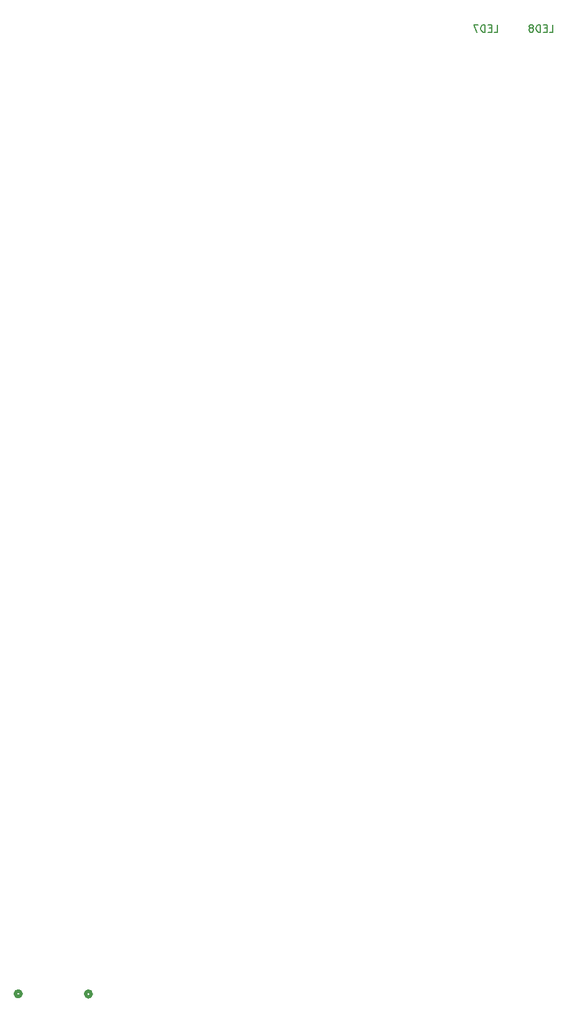
<source format=gbo>
G04 #@! TF.GenerationSoftware,KiCad,Pcbnew,8.0.5*
G04 #@! TF.CreationDate,2024-09-20T21:49:52-04:00*
G04 #@! TF.ProjectId,ISA_PC104 Backplane,4953415f-5043-4313-9034-204261636b70,rev?*
G04 #@! TF.SameCoordinates,Original*
G04 #@! TF.FileFunction,Legend,Bot*
G04 #@! TF.FilePolarity,Positive*
%FSLAX46Y46*%
G04 Gerber Fmt 4.6, Leading zero omitted, Abs format (unit mm)*
G04 Created by KiCad (PCBNEW 8.0.5) date 2024-09-20 21:49:52*
%MOMM*%
%LPD*%
G01*
G04 APERTURE LIST*
%ADD10C,0.150000*%
%ADD11C,0.508000*%
%ADD12O,2.284000X1.244000*%
%ADD13R,1.800000X1.800000*%
%ADD14C,1.800000*%
%ADD15R,1.600000X1.600000*%
%ADD16C,1.600000*%
%ADD17R,1.500000X1.500000*%
%ADD18C,1.500000*%
%ADD19C,0.900000*%
%ADD20C,8.600000*%
%ADD21O,1.400000X2.400000*%
%ADD22C,1.701800*%
%ADD23O,2.400000X1.200000*%
%ADD24O,1.600000X1.600000*%
%ADD25R,1.397000X1.397000*%
%ADD26C,1.397000*%
%ADD27C,6.350000*%
%ADD28R,1.700000X1.700000*%
%ADD29O,1.700000X1.700000*%
%ADD30O,1.500000X2.400000*%
%ADD31O,1.300000X2.400000*%
%ADD32O,1.200000X2.400000*%
%ADD33C,1.700000*%
%ADD34R,1.524000X1.524000*%
%ADD35C,2.800000*%
%ADD36O,2.400000X1.214000*%
%ADD37R,8.890000X8.890000*%
%ADD38O,1.524000X3.000000*%
%ADD39O,2.604000X1.404000*%
G04 APERTURE END LIST*
D10*
X378422022Y-110057792D02*
X378898212Y-110057792D01*
X378898212Y-110057792D02*
X378898212Y-109057792D01*
X378088688Y-109533982D02*
X377755355Y-109533982D01*
X377612498Y-110057792D02*
X378088688Y-110057792D01*
X378088688Y-110057792D02*
X378088688Y-109057792D01*
X378088688Y-109057792D02*
X377612498Y-109057792D01*
X377183926Y-110057792D02*
X377183926Y-109057792D01*
X377183926Y-109057792D02*
X376945831Y-109057792D01*
X376945831Y-109057792D02*
X376802974Y-109105411D01*
X376802974Y-109105411D02*
X376707736Y-109200649D01*
X376707736Y-109200649D02*
X376660117Y-109295887D01*
X376660117Y-109295887D02*
X376612498Y-109486363D01*
X376612498Y-109486363D02*
X376612498Y-109629220D01*
X376612498Y-109629220D02*
X376660117Y-109819696D01*
X376660117Y-109819696D02*
X376707736Y-109914934D01*
X376707736Y-109914934D02*
X376802974Y-110010173D01*
X376802974Y-110010173D02*
X376945831Y-110057792D01*
X376945831Y-110057792D02*
X377183926Y-110057792D01*
X376041069Y-109486363D02*
X376136307Y-109438744D01*
X376136307Y-109438744D02*
X376183926Y-109391125D01*
X376183926Y-109391125D02*
X376231545Y-109295887D01*
X376231545Y-109295887D02*
X376231545Y-109248268D01*
X376231545Y-109248268D02*
X376183926Y-109153030D01*
X376183926Y-109153030D02*
X376136307Y-109105411D01*
X376136307Y-109105411D02*
X376041069Y-109057792D01*
X376041069Y-109057792D02*
X375850593Y-109057792D01*
X375850593Y-109057792D02*
X375755355Y-109105411D01*
X375755355Y-109105411D02*
X375707736Y-109153030D01*
X375707736Y-109153030D02*
X375660117Y-109248268D01*
X375660117Y-109248268D02*
X375660117Y-109295887D01*
X375660117Y-109295887D02*
X375707736Y-109391125D01*
X375707736Y-109391125D02*
X375755355Y-109438744D01*
X375755355Y-109438744D02*
X375850593Y-109486363D01*
X375850593Y-109486363D02*
X376041069Y-109486363D01*
X376041069Y-109486363D02*
X376136307Y-109533982D01*
X376136307Y-109533982D02*
X376183926Y-109581601D01*
X376183926Y-109581601D02*
X376231545Y-109676839D01*
X376231545Y-109676839D02*
X376231545Y-109867315D01*
X376231545Y-109867315D02*
X376183926Y-109962553D01*
X376183926Y-109962553D02*
X376136307Y-110010173D01*
X376136307Y-110010173D02*
X376041069Y-110057792D01*
X376041069Y-110057792D02*
X375850593Y-110057792D01*
X375850593Y-110057792D02*
X375755355Y-110010173D01*
X375755355Y-110010173D02*
X375707736Y-109962553D01*
X375707736Y-109962553D02*
X375660117Y-109867315D01*
X375660117Y-109867315D02*
X375660117Y-109676839D01*
X375660117Y-109676839D02*
X375707736Y-109581601D01*
X375707736Y-109581601D02*
X375755355Y-109533982D01*
X375755355Y-109533982D02*
X375850593Y-109486363D01*
X370889047Y-110059819D02*
X371365237Y-110059819D01*
X371365237Y-110059819D02*
X371365237Y-109059819D01*
X370555713Y-109536009D02*
X370222380Y-109536009D01*
X370079523Y-110059819D02*
X370555713Y-110059819D01*
X370555713Y-110059819D02*
X370555713Y-109059819D01*
X370555713Y-109059819D02*
X370079523Y-109059819D01*
X369650951Y-110059819D02*
X369650951Y-109059819D01*
X369650951Y-109059819D02*
X369412856Y-109059819D01*
X369412856Y-109059819D02*
X369269999Y-109107438D01*
X369269999Y-109107438D02*
X369174761Y-109202676D01*
X369174761Y-109202676D02*
X369127142Y-109297914D01*
X369127142Y-109297914D02*
X369079523Y-109488390D01*
X369079523Y-109488390D02*
X369079523Y-109631247D01*
X369079523Y-109631247D02*
X369127142Y-109821723D01*
X369127142Y-109821723D02*
X369174761Y-109916961D01*
X369174761Y-109916961D02*
X369269999Y-110012200D01*
X369269999Y-110012200D02*
X369412856Y-110059819D01*
X369412856Y-110059819D02*
X369650951Y-110059819D01*
X368746189Y-109059819D02*
X368079523Y-109059819D01*
X368079523Y-109059819D02*
X368508094Y-110059819D01*
D11*
X306451800Y-241075000D02*
G75*
G02*
X305689800Y-241075000I-381000J0D01*
G01*
X305689800Y-241075000D02*
G75*
G02*
X306451800Y-241075000I381000J0D01*
G01*
X316016800Y-241100000D02*
G75*
G02*
X315254800Y-241100000I-381000J0D01*
G01*
X315254800Y-241100000D02*
G75*
G02*
X316016800Y-241100000I381000J0D01*
G01*
%LPC*%
D12*
X373700000Y-228940000D03*
X373700000Y-230210000D03*
X373700000Y-231480000D03*
D13*
X213215000Y-240090000D03*
D14*
X215755000Y-240090000D03*
D15*
X212465000Y-233590000D03*
D16*
X223895000Y-233590000D03*
X367250000Y-214520000D03*
D15*
X355820000Y-214520000D03*
X355815000Y-211190000D03*
D16*
X367245000Y-211190000D03*
D17*
X356600000Y-232760000D03*
D18*
X366500000Y-232760000D03*
D19*
X226780361Y-69792716D03*
X227724942Y-67512297D03*
X227724942Y-72073135D03*
X230005361Y-66567716D03*
D20*
X230005361Y-69792716D03*
D19*
X230005361Y-73017716D03*
X232285780Y-67512297D03*
X232285780Y-72073135D03*
X233230361Y-69792716D03*
D15*
X242435000Y-228500000D03*
D16*
X253865000Y-228500000D03*
D21*
X366100000Y-155800000D03*
X361100000Y-155800000D03*
D22*
X272200000Y-100540000D03*
X272200000Y-95460000D03*
X323300000Y-68740000D03*
X323300000Y-63660000D03*
D23*
X146800000Y-107565000D03*
X146800000Y-105025000D03*
D22*
X319000000Y-68740000D03*
X319000000Y-63660000D03*
X364110000Y-202650000D03*
X359030000Y-202650000D03*
D15*
X276705000Y-76700000D03*
D24*
X279245000Y-76700000D03*
X281785000Y-76700000D03*
X284325000Y-76700000D03*
X286865000Y-76700000D03*
X289405000Y-76700000D03*
D22*
X272300000Y-71540000D03*
X272300000Y-66460000D03*
D15*
X355830000Y-221160000D03*
D16*
X367260000Y-221160000D03*
D23*
X127100000Y-98800000D03*
X127100000Y-101340000D03*
D15*
X374000000Y-72100000D03*
D24*
X374000000Y-74640000D03*
X374000000Y-77180000D03*
X374000000Y-79720000D03*
X374000000Y-82260000D03*
X374000000Y-84800000D03*
X374000000Y-87340000D03*
X374000000Y-89880000D03*
D13*
X220700000Y-240120000D03*
D14*
X223240000Y-240120000D03*
D23*
X205890000Y-92550000D03*
X205890000Y-95090000D03*
D15*
X108780000Y-105260000D03*
D24*
X108780000Y-107800000D03*
X108780000Y-110340000D03*
X108780000Y-112880000D03*
X108780000Y-115420000D03*
X108780000Y-117960000D03*
D23*
X186300000Y-98750000D03*
X186300000Y-101290000D03*
X166500000Y-98725000D03*
X166500000Y-101265000D03*
X225540000Y-89040000D03*
X225540000Y-86500000D03*
D15*
X212485000Y-228475000D03*
D16*
X223915000Y-228475000D03*
D19*
X184285390Y-72932999D03*
X182004971Y-71988418D03*
X186565809Y-71988418D03*
X181060390Y-69707999D03*
D20*
X184285390Y-69707999D03*
D19*
X187510390Y-69707999D03*
X182004971Y-67427580D03*
X186565809Y-67427580D03*
X184285390Y-66482999D03*
D23*
X205900000Y-88900000D03*
X205900000Y-86360000D03*
X166500000Y-88870000D03*
X166500000Y-86330000D03*
D25*
X297005000Y-215250000D03*
D26*
X297005000Y-217790000D03*
X297005000Y-220330000D03*
X297005000Y-222870000D03*
X297005000Y-225410000D03*
X297005000Y-227950000D03*
X297005000Y-230490000D03*
X304625000Y-230490000D03*
X304625000Y-227950000D03*
X304625000Y-225410000D03*
X304625000Y-222870000D03*
X304625000Y-220330000D03*
X304625000Y-217790000D03*
X304625000Y-215250000D03*
D21*
X366078849Y-132857869D03*
X361078849Y-132857869D03*
D23*
X225550000Y-92700000D03*
X225550000Y-95240000D03*
D15*
X227510000Y-233550000D03*
D16*
X238940000Y-233550000D03*
D22*
X333550000Y-63700000D03*
X333550000Y-68780000D03*
D23*
X127070000Y-156070000D03*
X127070000Y-158610000D03*
D27*
X334610000Y-186930000D03*
X334610000Y-113270000D03*
X248880000Y-189470000D03*
X248880000Y-109460000D03*
D28*
X253960000Y-110730000D03*
D29*
X253960000Y-113270000D03*
X253960000Y-115810000D03*
X253960000Y-118350000D03*
X253960000Y-120890000D03*
X253960000Y-123430000D03*
X253960000Y-125970000D03*
X253960000Y-128510000D03*
X253960000Y-131050000D03*
X253960000Y-133590000D03*
X253960000Y-136130000D03*
X253960000Y-138670000D03*
X253960000Y-141210000D03*
X253960000Y-143750000D03*
X253960000Y-146290000D03*
X253960000Y-148830000D03*
X253960000Y-151370000D03*
X253960000Y-153910000D03*
X253960000Y-156450000D03*
X253960000Y-158990000D03*
X253960000Y-161530000D03*
X253960000Y-164070000D03*
X253960000Y-166610000D03*
X253960000Y-169150000D03*
X253960000Y-171690000D03*
X253960000Y-174230000D03*
X253960000Y-176770000D03*
X253960000Y-179310000D03*
X253960000Y-181850000D03*
X253960000Y-184390000D03*
X253960000Y-186930000D03*
X253960000Y-189470000D03*
D28*
X256500000Y-110730000D03*
D29*
X256500000Y-113270000D03*
X256500000Y-115810000D03*
X256500000Y-118350000D03*
X256500000Y-120890000D03*
X256500000Y-123430000D03*
X256500000Y-125970000D03*
X256500000Y-128510000D03*
X256500000Y-131050000D03*
X256500000Y-133590000D03*
X256500000Y-136130000D03*
X256500000Y-138670000D03*
X256500000Y-141210000D03*
X256500000Y-143750000D03*
X256500000Y-146290000D03*
X256500000Y-148830000D03*
X256500000Y-151370000D03*
X256500000Y-153910000D03*
X256500000Y-156450000D03*
X256500000Y-158990000D03*
X256500000Y-161530000D03*
X256500000Y-164070000D03*
X256500000Y-166610000D03*
X256500000Y-169150000D03*
X256500000Y-171690000D03*
X256500000Y-174230000D03*
X256500000Y-176770000D03*
X256500000Y-179310000D03*
X256500000Y-181850000D03*
X256500000Y-184390000D03*
X256500000Y-186930000D03*
X256500000Y-189470000D03*
X251420000Y-131050000D03*
D28*
X251420000Y-133590000D03*
D29*
X251420000Y-136130000D03*
X251420000Y-138670000D03*
X251420000Y-141210000D03*
X251420000Y-143750000D03*
X251420000Y-146290000D03*
X251420000Y-148830000D03*
X251420000Y-151370000D03*
X251420000Y-153910000D03*
X251420000Y-156450000D03*
X251420000Y-158990000D03*
X251420000Y-161530000D03*
X251420000Y-164070000D03*
X251420000Y-166610000D03*
X251420000Y-169150000D03*
X251420000Y-171690000D03*
X251420000Y-174230000D03*
X251420000Y-176770000D03*
X251420000Y-179310000D03*
X248880000Y-131050000D03*
D28*
X248880000Y-133590000D03*
D29*
X248880000Y-136130000D03*
X248880000Y-138670000D03*
X248880000Y-141210000D03*
X248880000Y-143750000D03*
X248880000Y-146290000D03*
X248880000Y-148830000D03*
X248880000Y-151370000D03*
X248880000Y-153910000D03*
X248880000Y-156450000D03*
X248880000Y-158990000D03*
X248880000Y-161530000D03*
X248880000Y-164070000D03*
X248880000Y-166610000D03*
X248880000Y-169150000D03*
X248880000Y-171690000D03*
X248880000Y-174230000D03*
X248880000Y-176770000D03*
X248880000Y-179310000D03*
D23*
X186300000Y-107490000D03*
X186300000Y-104950000D03*
D15*
X104750000Y-195530000D03*
D24*
X104750000Y-198070000D03*
X104750000Y-200610000D03*
X104750000Y-203150000D03*
X104750000Y-205690000D03*
X104750000Y-208230000D03*
X104750000Y-210770000D03*
X104750000Y-213310000D03*
X104750000Y-215850000D03*
D15*
X108750000Y-182850000D03*
D24*
X108750000Y-185390000D03*
X108750000Y-187930000D03*
X108750000Y-190470000D03*
X108750000Y-193010000D03*
X108750000Y-195550000D03*
D30*
X304115000Y-241075000D03*
X301575000Y-241075000D03*
X299035000Y-241075000D03*
D17*
X356610000Y-230320000D03*
D18*
X366510000Y-230320000D03*
D15*
X374762975Y-107062973D03*
D16*
X376032975Y-104522973D03*
X377302975Y-107062973D03*
X378572975Y-104522973D03*
X379842975Y-107062973D03*
X379842975Y-99442973D03*
X378572975Y-101982973D03*
X377302975Y-99442973D03*
X376032975Y-101982973D03*
X374762975Y-99442973D03*
D31*
X346620000Y-113200000D03*
X349160000Y-113200000D03*
X351700000Y-113200000D03*
D32*
X372380000Y-211320000D03*
X374920000Y-211320000D03*
D15*
X278940000Y-91000000D03*
D24*
X281480000Y-91000000D03*
X284020000Y-91000000D03*
X286560000Y-91000000D03*
X289100000Y-91000000D03*
X291640000Y-91000000D03*
X294180000Y-91000000D03*
X296720000Y-91000000D03*
X299260000Y-91000000D03*
X301800000Y-91000000D03*
X301800000Y-83380000D03*
X299260000Y-83380000D03*
X296720000Y-83380000D03*
X294180000Y-83380000D03*
X291640000Y-83380000D03*
X289100000Y-83380000D03*
X286560000Y-83380000D03*
X284020000Y-83380000D03*
X281480000Y-83380000D03*
X278940000Y-83380000D03*
D22*
X333540000Y-214150000D03*
X328460000Y-214150000D03*
D23*
X146800000Y-98825000D03*
X146800000Y-101365000D03*
D15*
X277900000Y-71500000D03*
D24*
X280440000Y-71500000D03*
X282980000Y-71500000D03*
X285520000Y-71500000D03*
X288060000Y-71500000D03*
X288060000Y-63880000D03*
X285520000Y-63880000D03*
X282980000Y-63880000D03*
X280440000Y-63880000D03*
X277900000Y-63880000D03*
D15*
X311410000Y-80500000D03*
D24*
X313950000Y-80500000D03*
X316490000Y-80500000D03*
X319030000Y-80500000D03*
X321570000Y-80500000D03*
X324110000Y-80500000D03*
X326650000Y-80500000D03*
X326650000Y-72880000D03*
X324110000Y-72880000D03*
X321570000Y-72880000D03*
X319030000Y-72880000D03*
X316490000Y-72880000D03*
X313950000Y-72880000D03*
X311410000Y-72880000D03*
D23*
X205850000Y-156100000D03*
X205850000Y-158640000D03*
D22*
X292325000Y-199370000D03*
X292325000Y-204450000D03*
D15*
X242510000Y-233600000D03*
D16*
X253940000Y-233600000D03*
D19*
X102320390Y-69707999D03*
X103264971Y-67427580D03*
X103264971Y-71988418D03*
X105545390Y-66482999D03*
D20*
X105545390Y-69707999D03*
D19*
X105545390Y-72932999D03*
X107825809Y-67427580D03*
X107825809Y-71988418D03*
X108770390Y-69707999D03*
D28*
X315650000Y-212300000D03*
D33*
X315650000Y-214916200D03*
X315650000Y-217532400D03*
X315650000Y-220148600D03*
X315650000Y-222764800D03*
X315650000Y-225381000D03*
X315650000Y-227997200D03*
X315650000Y-230613400D03*
X315650000Y-233229600D03*
D23*
X146780000Y-156090000D03*
X146780000Y-158630000D03*
D19*
X384450000Y-92568000D03*
X385394581Y-90287581D03*
X385394581Y-94848419D03*
X387675000Y-89343000D03*
D20*
X387675000Y-92568000D03*
D19*
X387675000Y-95793000D03*
X389955419Y-90287581D03*
X389955419Y-94848419D03*
X390900000Y-92568000D03*
D22*
X208250000Y-228510000D03*
X208250000Y-233590000D03*
D23*
X146760000Y-209380000D03*
X146760000Y-211920000D03*
X186300000Y-92550000D03*
X186300000Y-95090000D03*
D22*
X341900000Y-152740000D03*
X341900000Y-147660000D03*
D23*
X186300000Y-88890000D03*
X186300000Y-86350000D03*
D15*
X227485000Y-228500000D03*
D16*
X238915000Y-228500000D03*
D34*
X173930000Y-84960000D03*
X173930000Y-87500000D03*
X173930000Y-90040000D03*
X173930000Y-92580000D03*
X173930000Y-95120000D03*
X173930000Y-97660000D03*
X173930000Y-100200000D03*
X173930000Y-102740000D03*
X173930000Y-105280000D03*
X173930000Y-107820000D03*
X173930000Y-110360000D03*
X173930000Y-112900000D03*
X173930000Y-115440000D03*
X173930000Y-117980000D03*
X173930000Y-120520000D03*
X173930000Y-123060000D03*
X173930000Y-125600000D03*
X173930000Y-128140000D03*
X173930000Y-130680000D03*
X173930000Y-133220000D03*
X173930000Y-135760000D03*
X173930000Y-138300000D03*
X173930000Y-140840000D03*
X173930000Y-143380000D03*
X173930000Y-145920000D03*
X173930000Y-148460000D03*
X173930000Y-151000000D03*
X173930000Y-153540000D03*
X173930000Y-156080000D03*
X173930000Y-158620000D03*
X173930000Y-161160000D03*
X179010000Y-84960000D03*
X179010000Y-87500000D03*
X179010000Y-90040000D03*
X179010000Y-92580000D03*
X179010000Y-95120000D03*
X179010000Y-97660000D03*
X179010000Y-100200000D03*
X179010000Y-102740000D03*
X179010000Y-105280000D03*
X179010000Y-107820000D03*
X179010000Y-110360000D03*
X179010000Y-112900000D03*
X179010000Y-115440000D03*
X179010000Y-117980000D03*
X179010000Y-120520000D03*
X179010000Y-123060000D03*
X179010000Y-125600000D03*
X179010000Y-128140000D03*
X179010000Y-130680000D03*
X179010000Y-133220000D03*
X179010000Y-135760000D03*
X179010000Y-138300000D03*
X179010000Y-140840000D03*
X179010000Y-143380000D03*
X179010000Y-145920000D03*
X179010000Y-148460000D03*
X179010000Y-151000000D03*
X179010000Y-153540000D03*
X179010000Y-156080000D03*
X179010000Y-158620000D03*
X179010000Y-161160000D03*
X173930000Y-171320000D03*
X173930000Y-173860000D03*
X173930000Y-176400000D03*
X173930000Y-178940000D03*
X173930000Y-181480000D03*
X173930000Y-184020000D03*
X173930000Y-186560000D03*
X173930000Y-189100000D03*
X173930000Y-191640000D03*
X173930000Y-194180000D03*
X173930000Y-196720000D03*
X173930000Y-199260000D03*
X173930000Y-201800000D03*
X173930000Y-204340000D03*
X173930000Y-206880000D03*
X173930000Y-209420000D03*
X173930000Y-211960000D03*
X173930000Y-214500000D03*
X179010000Y-171320000D03*
X179010000Y-173860000D03*
X179010000Y-176400000D03*
X179010000Y-178940000D03*
X179010000Y-181480000D03*
X179010000Y-184020000D03*
X179010000Y-186560000D03*
X179010000Y-189100000D03*
X179010000Y-191640000D03*
X179010000Y-194180000D03*
X179010000Y-196720000D03*
X179010000Y-199260000D03*
X179010000Y-201800000D03*
X179010000Y-204340000D03*
X179010000Y-206880000D03*
X179010000Y-209420000D03*
X179010000Y-211960000D03*
X179010000Y-214500000D03*
D22*
X277440000Y-241150000D03*
X272360000Y-241150000D03*
X356400000Y-152740000D03*
X356400000Y-147660000D03*
D15*
X344215000Y-209600000D03*
D16*
X332785000Y-209600000D03*
D15*
X368500000Y-72100000D03*
D24*
X368500000Y-74640000D03*
X368500000Y-77180000D03*
X368500000Y-79720000D03*
X368500000Y-82260000D03*
X368500000Y-84800000D03*
X368500000Y-87340000D03*
X368500000Y-89880000D03*
D22*
X348440000Y-214150000D03*
X343360000Y-214150000D03*
D15*
X355820000Y-217840000D03*
D16*
X367250000Y-217840000D03*
D19*
X245575000Y-99375000D03*
X246519581Y-97094581D03*
X246519581Y-101655419D03*
X248800000Y-96150000D03*
D20*
X248800000Y-99375000D03*
D19*
X248800000Y-102600000D03*
X251080419Y-97094581D03*
X251080419Y-101655419D03*
X252025000Y-99375000D03*
X384450000Y-224648000D03*
X385394581Y-222367581D03*
X385394581Y-226928419D03*
X387675000Y-221423000D03*
D20*
X387675000Y-224648000D03*
D19*
X387675000Y-227873000D03*
X389955419Y-222367581D03*
X389955419Y-226928419D03*
X390900000Y-224648000D03*
D13*
X250775000Y-240150000D03*
D14*
X253315000Y-240150000D03*
D22*
X272200000Y-84760000D03*
X272200000Y-89840000D03*
D23*
X166500000Y-209400000D03*
X166500000Y-211940000D03*
D32*
X296795000Y-205535000D03*
X299335000Y-205535000D03*
X301875000Y-205535000D03*
X304415000Y-205535000D03*
X306955000Y-205535000D03*
X309495000Y-205535000D03*
X312035000Y-205535000D03*
X314575000Y-205535000D03*
X317115000Y-205535000D03*
X319655000Y-205535000D03*
X319655000Y-197915000D03*
X317115000Y-197915000D03*
X314575000Y-197915000D03*
X312035000Y-197915000D03*
X309495000Y-197915000D03*
X306955000Y-197915000D03*
X304415000Y-197915000D03*
X301875000Y-197915000D03*
X299335000Y-197915000D03*
X296795000Y-197915000D03*
D13*
X243200000Y-240120000D03*
D14*
X245740000Y-240120000D03*
D23*
X225540000Y-209470000D03*
X225540000Y-212010000D03*
X127010000Y-209390000D03*
X127010000Y-211930000D03*
X127100000Y-92600000D03*
X127100000Y-95140000D03*
D16*
X347270000Y-66200000D03*
D24*
X357430000Y-66200000D03*
D19*
X181250000Y-224648000D03*
X182194581Y-222367581D03*
X182194581Y-226928419D03*
X184475000Y-221423000D03*
D20*
X184475000Y-224648000D03*
D19*
X184475000Y-227873000D03*
X186755419Y-222367581D03*
X186755419Y-226928419D03*
X187700000Y-224648000D03*
D23*
X166475000Y-156050000D03*
X166475000Y-158590000D03*
D35*
X373500000Y-173120000D03*
X373500000Y-168920000D03*
X373500000Y-164720000D03*
X373500000Y-160520000D03*
X373500000Y-156320000D03*
X373500000Y-152120000D03*
X373500000Y-147920000D03*
X373500000Y-143720000D03*
X373500000Y-139520000D03*
X373500000Y-135320000D03*
X373500000Y-131120000D03*
X373500000Y-126920000D03*
X379000000Y-173120000D03*
X379000000Y-168920000D03*
X379000000Y-164720000D03*
X379000000Y-160520000D03*
X379000000Y-156320000D03*
X379000000Y-152120000D03*
X379000000Y-147920000D03*
X379000000Y-143720000D03*
X379000000Y-139520000D03*
X379000000Y-135320000D03*
X379000000Y-131120000D03*
X379000000Y-126920000D03*
D23*
X205810000Y-209470000D03*
X205810000Y-212010000D03*
D17*
X356609418Y-227877617D03*
D18*
X366509418Y-227877617D03*
D30*
X313680000Y-241100000D03*
X311140000Y-241100000D03*
X308600000Y-241100000D03*
D15*
X108750000Y-139640000D03*
D24*
X108750000Y-142180000D03*
X108750000Y-144720000D03*
X108750000Y-147260000D03*
X108750000Y-149800000D03*
X108750000Y-152340000D03*
X108750000Y-154880000D03*
X108750000Y-157420000D03*
X108750000Y-159960000D03*
X108750000Y-162500000D03*
D31*
X337230000Y-241000000D03*
X339770000Y-241000000D03*
D15*
X379300000Y-72100000D03*
D24*
X379300000Y-74640000D03*
X379300000Y-77180000D03*
X379300000Y-79720000D03*
X379300000Y-82260000D03*
X379300000Y-84800000D03*
X379300000Y-87340000D03*
X379300000Y-89880000D03*
D15*
X292845000Y-76700000D03*
D24*
X295385000Y-76700000D03*
X297925000Y-76700000D03*
X300465000Y-76700000D03*
X303005000Y-76700000D03*
X305545000Y-76700000D03*
D13*
X228200000Y-240120000D03*
D14*
X230740000Y-240120000D03*
D15*
X355820000Y-224450000D03*
D16*
X367250000Y-224450000D03*
D34*
X95000000Y-84940000D03*
X95000000Y-87480000D03*
X95000000Y-90020000D03*
X95000000Y-92560000D03*
X95000000Y-95100000D03*
X95000000Y-97640000D03*
X95000000Y-100180000D03*
X95000000Y-102720000D03*
X95000000Y-105260000D03*
X95000000Y-107800000D03*
X95000000Y-110340000D03*
X95000000Y-112880000D03*
X95000000Y-115420000D03*
X95000000Y-117960000D03*
X95000000Y-120500000D03*
X95000000Y-123040000D03*
X95000000Y-125580000D03*
X95000000Y-128120000D03*
X95000000Y-130660000D03*
X95000000Y-133200000D03*
X95000000Y-135740000D03*
X95000000Y-138280000D03*
X95000000Y-140820000D03*
X95000000Y-143360000D03*
X95000000Y-145900000D03*
X95000000Y-148440000D03*
X95000000Y-150980000D03*
X95000000Y-153520000D03*
X95000000Y-156060000D03*
X95000000Y-158600000D03*
X95000000Y-161140000D03*
X100080000Y-84940000D03*
X100080000Y-87480000D03*
X100080000Y-90020000D03*
X100080000Y-92560000D03*
X100080000Y-95100000D03*
X100080000Y-97640000D03*
X100080000Y-100180000D03*
X100080000Y-102720000D03*
X100080000Y-105260000D03*
X100080000Y-107800000D03*
X100080000Y-110340000D03*
X100080000Y-112880000D03*
X100080000Y-115420000D03*
X100080000Y-117960000D03*
X100080000Y-120500000D03*
X100080000Y-123040000D03*
X100080000Y-125580000D03*
X100080000Y-128120000D03*
X100080000Y-130660000D03*
X100080000Y-133200000D03*
X100080000Y-135740000D03*
X100080000Y-138280000D03*
X100080000Y-140820000D03*
X100080000Y-143360000D03*
X100080000Y-145900000D03*
X100080000Y-148440000D03*
X100080000Y-150980000D03*
X100080000Y-153520000D03*
X100080000Y-156060000D03*
X100080000Y-158600000D03*
X100080000Y-161140000D03*
X95000000Y-171300000D03*
X95000000Y-173840000D03*
X95000000Y-176380000D03*
X95000000Y-178920000D03*
X95000000Y-181460000D03*
X95000000Y-184000000D03*
X95000000Y-186540000D03*
X95000000Y-189080000D03*
X95000000Y-191620000D03*
X95000000Y-194160000D03*
X95000000Y-196700000D03*
X95000000Y-199240000D03*
X95000000Y-201780000D03*
X95000000Y-204320000D03*
X95000000Y-206860000D03*
X95000000Y-209400000D03*
X95000000Y-211940000D03*
X95000000Y-214480000D03*
X100080000Y-171300000D03*
X100080000Y-173840000D03*
X100080000Y-176380000D03*
X100080000Y-178920000D03*
X100080000Y-181460000D03*
X100080000Y-184000000D03*
X100080000Y-186540000D03*
X100080000Y-189080000D03*
X100080000Y-191620000D03*
X100080000Y-194160000D03*
X100080000Y-196700000D03*
X100080000Y-199240000D03*
X100080000Y-201780000D03*
X100080000Y-204320000D03*
X100080000Y-206860000D03*
X100080000Y-209400000D03*
X100080000Y-211940000D03*
X100080000Y-214480000D03*
D15*
X104720000Y-83710000D03*
D24*
X104720000Y-86250000D03*
X104720000Y-88790000D03*
X104720000Y-91330000D03*
X104720000Y-93870000D03*
X104720000Y-96410000D03*
X104720000Y-98950000D03*
X104720000Y-101490000D03*
X104720000Y-104030000D03*
X104720000Y-106570000D03*
D23*
X205890000Y-107490000D03*
X205890000Y-104950000D03*
X146800000Y-92625000D03*
X146800000Y-95165000D03*
D31*
X351690000Y-162450000D03*
X349150000Y-162450000D03*
X346610000Y-162450000D03*
D22*
X342250000Y-68790000D03*
X342250000Y-63710000D03*
D15*
X363000000Y-72100000D03*
D24*
X363000000Y-74640000D03*
X363000000Y-77180000D03*
X363000000Y-79720000D03*
X363000000Y-82260000D03*
X363000000Y-84800000D03*
X363000000Y-87340000D03*
X363000000Y-89880000D03*
D21*
X361100000Y-167300000D03*
X366100000Y-167300000D03*
D36*
X342100000Y-219625000D03*
X342100000Y-222165000D03*
X342100000Y-224705000D03*
X342100000Y-227245000D03*
X342100000Y-229785000D03*
X342100000Y-232325000D03*
X342100000Y-234865000D03*
X349720000Y-234865000D03*
X349720000Y-232325000D03*
X349720000Y-229785000D03*
X349720000Y-227245000D03*
X349720000Y-224705000D03*
D23*
X349720000Y-222165000D03*
X349720000Y-219625000D03*
D15*
X333600000Y-101720000D03*
D24*
X336140000Y-101720000D03*
X338680000Y-101720000D03*
X341220000Y-101720000D03*
X343760000Y-101720000D03*
X346300000Y-101720000D03*
X348840000Y-101720000D03*
X351380000Y-101720000D03*
X353920000Y-101720000D03*
X356460000Y-101720000D03*
X356460000Y-94100000D03*
X353920000Y-94100000D03*
X351380000Y-94100000D03*
X348840000Y-94100000D03*
X346300000Y-94100000D03*
X343760000Y-94100000D03*
X341220000Y-94100000D03*
X338680000Y-94100000D03*
X336140000Y-94100000D03*
X333600000Y-94100000D03*
D23*
X225550000Y-156110000D03*
X225550000Y-158650000D03*
D15*
X278940000Y-101800000D03*
D24*
X281480000Y-101800000D03*
X284020000Y-101800000D03*
X286560000Y-101800000D03*
X289100000Y-101800000D03*
X291640000Y-101800000D03*
X294180000Y-101800000D03*
X296720000Y-101800000D03*
X299260000Y-101800000D03*
X301800000Y-101800000D03*
X301800000Y-94180000D03*
X299260000Y-94180000D03*
X296720000Y-94180000D03*
X294180000Y-94180000D03*
X291640000Y-94180000D03*
X289100000Y-94180000D03*
X286560000Y-94180000D03*
X284020000Y-94180000D03*
X281480000Y-94180000D03*
X278940000Y-94180000D03*
D22*
X337900000Y-68790000D03*
X337900000Y-63710000D03*
D13*
X235700000Y-240120000D03*
D14*
X238240000Y-240120000D03*
D34*
X193680000Y-84960000D03*
X193680000Y-87500000D03*
X193680000Y-90040000D03*
X193680000Y-92580000D03*
X193680000Y-95120000D03*
X193680000Y-97660000D03*
X193680000Y-100200000D03*
X193680000Y-102740000D03*
X193680000Y-105280000D03*
X193680000Y-107820000D03*
X193680000Y-110360000D03*
X193680000Y-112900000D03*
X193680000Y-115440000D03*
X193680000Y-117980000D03*
X193680000Y-120520000D03*
X193680000Y-123060000D03*
X193680000Y-125600000D03*
X193680000Y-128140000D03*
X193680000Y-130680000D03*
X193680000Y-133220000D03*
X193680000Y-135760000D03*
X193680000Y-138300000D03*
X193680000Y-140840000D03*
X193680000Y-143380000D03*
X193680000Y-145920000D03*
X193680000Y-148460000D03*
X193680000Y-151000000D03*
X193680000Y-153540000D03*
X193680000Y-156080000D03*
X193680000Y-158620000D03*
X193680000Y-161160000D03*
X198760000Y-84960000D03*
X198760000Y-87500000D03*
X198760000Y-90040000D03*
X198760000Y-92580000D03*
X198760000Y-95120000D03*
X198760000Y-97660000D03*
X198760000Y-100200000D03*
X198760000Y-102740000D03*
X198760000Y-105280000D03*
X198760000Y-107820000D03*
X198760000Y-110360000D03*
X198760000Y-112900000D03*
X198760000Y-115440000D03*
X198760000Y-117980000D03*
X198760000Y-120520000D03*
X198760000Y-123060000D03*
X198760000Y-125600000D03*
X198760000Y-128140000D03*
X198760000Y-130680000D03*
X198760000Y-133220000D03*
X198760000Y-135760000D03*
X198760000Y-138300000D03*
X198760000Y-140840000D03*
X198760000Y-143380000D03*
X198760000Y-145920000D03*
X198760000Y-148460000D03*
X198760000Y-151000000D03*
X198760000Y-153540000D03*
X198760000Y-156080000D03*
X198760000Y-158620000D03*
X198760000Y-161160000D03*
X193680000Y-171320000D03*
X193680000Y-173860000D03*
X193680000Y-176400000D03*
X193680000Y-178940000D03*
X193680000Y-181480000D03*
X193680000Y-184020000D03*
X193680000Y-186560000D03*
X193680000Y-189100000D03*
X193680000Y-191640000D03*
X193680000Y-194180000D03*
X193680000Y-196720000D03*
X193680000Y-199260000D03*
X193680000Y-201800000D03*
X193680000Y-204340000D03*
X193680000Y-206880000D03*
X193680000Y-209420000D03*
X193680000Y-211960000D03*
X193680000Y-214500000D03*
X198760000Y-171320000D03*
X198760000Y-173860000D03*
X198760000Y-176400000D03*
X198760000Y-178940000D03*
X198760000Y-181480000D03*
X198760000Y-184020000D03*
X198760000Y-186560000D03*
X198760000Y-189100000D03*
X198760000Y-191640000D03*
X198760000Y-194180000D03*
X198760000Y-196720000D03*
X198760000Y-199260000D03*
X198760000Y-201800000D03*
X198760000Y-204340000D03*
X198760000Y-206880000D03*
X198760000Y-209420000D03*
X198760000Y-211960000D03*
X198760000Y-214500000D03*
D32*
X374890000Y-221140000D03*
X372350000Y-221140000D03*
D21*
X366075000Y-144350000D03*
X361075000Y-144350000D03*
D15*
X104750000Y-171420000D03*
D24*
X104750000Y-173960000D03*
X104750000Y-176500000D03*
X104750000Y-179040000D03*
X104750000Y-181580000D03*
X104750000Y-184120000D03*
X104750000Y-186660000D03*
X104750000Y-189200000D03*
D36*
X327280000Y-219660000D03*
X327280000Y-222200000D03*
X327280000Y-224740000D03*
X327280000Y-227280000D03*
X327280000Y-229820000D03*
X327280000Y-232360000D03*
X327280000Y-234900000D03*
X334900000Y-234900000D03*
X334900000Y-232360000D03*
X334900000Y-229820000D03*
X334900000Y-227280000D03*
X334900000Y-224740000D03*
D23*
X334900000Y-222200000D03*
X334900000Y-219660000D03*
D37*
X349150000Y-135032500D03*
D38*
X346610000Y-152812500D03*
X349150000Y-152812500D03*
X351690000Y-152812500D03*
D15*
X311380000Y-91200000D03*
D24*
X313920000Y-91200000D03*
X316460000Y-91200000D03*
X319000000Y-91200000D03*
X321540000Y-91200000D03*
X324080000Y-91200000D03*
X326620000Y-91200000D03*
X326620000Y-83580000D03*
X324080000Y-83580000D03*
X321540000Y-83580000D03*
X319000000Y-83580000D03*
X316460000Y-83580000D03*
X313920000Y-83580000D03*
X311380000Y-83580000D03*
D34*
X154190000Y-84960000D03*
X154190000Y-87500000D03*
X154190000Y-90040000D03*
X154190000Y-92580000D03*
X154190000Y-95120000D03*
X154190000Y-97660000D03*
X154190000Y-100200000D03*
X154190000Y-102740000D03*
X154190000Y-105280000D03*
X154190000Y-107820000D03*
X154190000Y-110360000D03*
X154190000Y-112900000D03*
X154190000Y-115440000D03*
X154190000Y-117980000D03*
X154190000Y-120520000D03*
X154190000Y-123060000D03*
X154190000Y-125600000D03*
X154190000Y-128140000D03*
X154190000Y-130680000D03*
X154190000Y-133220000D03*
X154190000Y-135760000D03*
X154190000Y-138300000D03*
X154190000Y-140840000D03*
X154190000Y-143380000D03*
X154190000Y-145920000D03*
X154190000Y-148460000D03*
X154190000Y-151000000D03*
X154190000Y-153540000D03*
X154190000Y-156080000D03*
X154190000Y-158620000D03*
X154190000Y-161160000D03*
X159270000Y-84960000D03*
X159270000Y-87500000D03*
X159270000Y-90040000D03*
X159270000Y-92580000D03*
X159270000Y-95120000D03*
X159270000Y-97660000D03*
X159270000Y-100200000D03*
X159270000Y-102740000D03*
X159270000Y-105280000D03*
X159270000Y-107820000D03*
X159270000Y-110360000D03*
X159270000Y-112900000D03*
X159270000Y-115440000D03*
X159270000Y-117980000D03*
X159270000Y-120520000D03*
X159270000Y-123060000D03*
X159270000Y-125600000D03*
X159270000Y-128140000D03*
X159270000Y-130680000D03*
X159270000Y-133220000D03*
X159270000Y-135760000D03*
X159270000Y-138300000D03*
X159270000Y-140840000D03*
X159270000Y-143380000D03*
X159270000Y-145920000D03*
X159270000Y-148460000D03*
X159270000Y-151000000D03*
X159270000Y-153540000D03*
X159270000Y-156080000D03*
X159270000Y-158620000D03*
X159270000Y-161160000D03*
X154190000Y-171320000D03*
X154190000Y-173860000D03*
X154190000Y-176400000D03*
X154190000Y-178940000D03*
X154190000Y-181480000D03*
X154190000Y-184020000D03*
X154190000Y-186560000D03*
X154190000Y-189100000D03*
X154190000Y-191640000D03*
X154190000Y-194180000D03*
X154190000Y-196720000D03*
X154190000Y-199260000D03*
X154190000Y-201800000D03*
X154190000Y-204340000D03*
X154190000Y-206880000D03*
X154190000Y-209420000D03*
X154190000Y-211960000D03*
X154190000Y-214500000D03*
X159270000Y-171320000D03*
X159270000Y-173860000D03*
X159270000Y-176400000D03*
X159270000Y-178940000D03*
X159270000Y-181480000D03*
X159270000Y-184020000D03*
X159270000Y-186560000D03*
X159270000Y-189100000D03*
X159270000Y-191640000D03*
X159270000Y-194180000D03*
X159270000Y-196720000D03*
X159270000Y-199260000D03*
X159270000Y-201800000D03*
X159270000Y-204340000D03*
X159270000Y-206880000D03*
X159270000Y-209420000D03*
X159270000Y-211960000D03*
X159270000Y-214500000D03*
D23*
X146800000Y-88970000D03*
X146800000Y-86430000D03*
D22*
X314600000Y-68780000D03*
X314600000Y-63700000D03*
D23*
X225540000Y-107630000D03*
X225540000Y-105090000D03*
D15*
X311380000Y-101820000D03*
D24*
X313920000Y-101820000D03*
X316460000Y-101820000D03*
X319000000Y-101820000D03*
X321540000Y-101820000D03*
X324080000Y-101820000D03*
X326620000Y-101820000D03*
X326620000Y-94200000D03*
X324080000Y-94200000D03*
X321540000Y-94200000D03*
X319000000Y-94200000D03*
X316460000Y-94200000D03*
X313920000Y-94200000D03*
X311380000Y-94200000D03*
D15*
X294000000Y-71400000D03*
D24*
X296540000Y-71400000D03*
X299080000Y-71400000D03*
X301620000Y-71400000D03*
X304160000Y-71400000D03*
X304160000Y-63780000D03*
X301620000Y-63780000D03*
X299080000Y-63780000D03*
X296540000Y-63780000D03*
X294000000Y-63780000D03*
D19*
X102510000Y-224648000D03*
X103454581Y-222367581D03*
X103454581Y-226928419D03*
X105735000Y-221423000D03*
D20*
X105735000Y-224648000D03*
D19*
X105735000Y-227873000D03*
X108015419Y-222367581D03*
X108015419Y-226928419D03*
X108960000Y-224648000D03*
D15*
X104868779Y-116727480D03*
D24*
X104868779Y-119267480D03*
X104868779Y-121807480D03*
X104868779Y-124347480D03*
X104868779Y-126887480D03*
X104868779Y-129427480D03*
X104868779Y-131967480D03*
X104868779Y-134507480D03*
X104868779Y-137047480D03*
X104868779Y-139587480D03*
D23*
X166500000Y-107465000D03*
X166500000Y-104925000D03*
X127100000Y-107540000D03*
X127100000Y-105000000D03*
D31*
X344850000Y-241000000D03*
X347390000Y-241000000D03*
D23*
X127100000Y-88940000D03*
X127100000Y-86400000D03*
X186300000Y-156075000D03*
X186300000Y-158615000D03*
D19*
X245625000Y-199475000D03*
X246569581Y-197194581D03*
X246569581Y-201755419D03*
X248850000Y-196250000D03*
D20*
X248850000Y-199475000D03*
D19*
X248850000Y-202700000D03*
X251130419Y-197194581D03*
X251130419Y-201755419D03*
X252075000Y-199475000D03*
D15*
X367230000Y-107065000D03*
D16*
X368500000Y-104525000D03*
X369770000Y-107065000D03*
X371040000Y-104525000D03*
X372310000Y-107065000D03*
X372310000Y-99445000D03*
X371040000Y-101985000D03*
X369770000Y-99445000D03*
X368500000Y-101985000D03*
X367230000Y-99445000D03*
D34*
X134450000Y-84950000D03*
X134450000Y-87490000D03*
X134450000Y-90030000D03*
X134450000Y-92570000D03*
X134450000Y-95110000D03*
X134450000Y-97650000D03*
X134450000Y-100190000D03*
X134450000Y-102730000D03*
X134450000Y-105270000D03*
X134450000Y-107810000D03*
X134450000Y-110350000D03*
X134450000Y-112890000D03*
X134450000Y-115430000D03*
X134450000Y-117970000D03*
X134450000Y-120510000D03*
X134450000Y-123050000D03*
X134450000Y-125590000D03*
X134450000Y-128130000D03*
X134450000Y-130670000D03*
X134450000Y-133210000D03*
X134450000Y-135750000D03*
X134450000Y-138290000D03*
X134450000Y-140830000D03*
X134450000Y-143370000D03*
X134450000Y-145910000D03*
X134450000Y-148450000D03*
X134450000Y-150990000D03*
X134450000Y-153530000D03*
X134450000Y-156070000D03*
X134450000Y-158610000D03*
X134450000Y-161150000D03*
X139530000Y-84950000D03*
X139530000Y-87490000D03*
X139530000Y-90030000D03*
X139530000Y-92570000D03*
X139530000Y-95110000D03*
X139530000Y-97650000D03*
X139530000Y-100190000D03*
X139530000Y-102730000D03*
X139530000Y-105270000D03*
X139530000Y-107810000D03*
X139530000Y-110350000D03*
X139530000Y-112890000D03*
X139530000Y-115430000D03*
X139530000Y-117970000D03*
X139530000Y-120510000D03*
X139530000Y-123050000D03*
X139530000Y-125590000D03*
X139530000Y-128130000D03*
X139530000Y-130670000D03*
X139530000Y-133210000D03*
X139530000Y-135750000D03*
X139530000Y-138290000D03*
X139530000Y-140830000D03*
X139530000Y-143370000D03*
X139530000Y-145910000D03*
X139530000Y-148450000D03*
X139530000Y-150990000D03*
X139530000Y-153530000D03*
X139530000Y-156070000D03*
X139530000Y-158610000D03*
X139530000Y-161150000D03*
X134450000Y-171310000D03*
X134450000Y-173850000D03*
X134450000Y-176390000D03*
X134450000Y-178930000D03*
X134450000Y-181470000D03*
X134450000Y-184010000D03*
X134450000Y-186550000D03*
X134450000Y-189090000D03*
X134450000Y-191630000D03*
X134450000Y-194170000D03*
X134450000Y-196710000D03*
X134450000Y-199250000D03*
X134450000Y-201790000D03*
X134450000Y-204330000D03*
X134450000Y-206870000D03*
X134450000Y-209410000D03*
X134450000Y-211950000D03*
X134450000Y-214490000D03*
X139530000Y-171310000D03*
X139530000Y-173850000D03*
X139530000Y-176390000D03*
X139530000Y-178930000D03*
X139530000Y-181470000D03*
X139530000Y-184010000D03*
X139530000Y-186550000D03*
X139530000Y-189090000D03*
X139530000Y-191630000D03*
X139530000Y-194170000D03*
X139530000Y-196710000D03*
X139530000Y-199250000D03*
X139530000Y-201790000D03*
X139530000Y-204330000D03*
X139530000Y-206870000D03*
X139530000Y-209410000D03*
X139530000Y-211950000D03*
X139530000Y-214490000D03*
D15*
X356460000Y-72805000D03*
D24*
X353920000Y-72805000D03*
X351380000Y-72805000D03*
X348840000Y-72805000D03*
X346300000Y-72805000D03*
X343760000Y-72805000D03*
X341220000Y-72805000D03*
X338680000Y-72805000D03*
X336140000Y-72805000D03*
X333600000Y-72805000D03*
X333600000Y-80425000D03*
X336140000Y-80425000D03*
X338680000Y-80425000D03*
X341220000Y-80425000D03*
X343760000Y-80425000D03*
X346300000Y-80425000D03*
X348840000Y-80425000D03*
X351380000Y-80425000D03*
X353920000Y-80425000D03*
X356460000Y-80425000D03*
D34*
X213420000Y-84960000D03*
X213420000Y-87500000D03*
X213420000Y-90040000D03*
X213420000Y-92580000D03*
X213420000Y-95120000D03*
X213420000Y-97660000D03*
X213420000Y-100200000D03*
X213420000Y-102740000D03*
X213420000Y-105280000D03*
X213420000Y-107820000D03*
X213420000Y-110360000D03*
X213420000Y-112900000D03*
X213420000Y-115440000D03*
X213420000Y-117980000D03*
X213420000Y-120520000D03*
X213420000Y-123060000D03*
X213420000Y-125600000D03*
X213420000Y-128140000D03*
X213420000Y-130680000D03*
X213420000Y-133220000D03*
X213420000Y-135760000D03*
X213420000Y-138300000D03*
X213420000Y-140840000D03*
X213420000Y-143380000D03*
X213420000Y-145920000D03*
X213420000Y-148460000D03*
X213420000Y-151000000D03*
X213420000Y-153540000D03*
X213420000Y-156080000D03*
X213420000Y-158620000D03*
X213420000Y-161160000D03*
X218500000Y-84960000D03*
X218500000Y-87500000D03*
X218500000Y-90040000D03*
X218500000Y-92580000D03*
X218500000Y-95120000D03*
X218500000Y-97660000D03*
X218500000Y-100200000D03*
X218500000Y-102740000D03*
X218500000Y-105280000D03*
X218500000Y-107820000D03*
X218500000Y-110360000D03*
X218500000Y-112900000D03*
X218500000Y-115440000D03*
X218500000Y-117980000D03*
X218500000Y-120520000D03*
X218500000Y-123060000D03*
X218500000Y-125600000D03*
X218500000Y-128140000D03*
X218500000Y-130680000D03*
X218500000Y-133220000D03*
X218500000Y-135760000D03*
X218500000Y-138300000D03*
X218500000Y-140840000D03*
X218500000Y-143380000D03*
X218500000Y-145920000D03*
X218500000Y-148460000D03*
X218500000Y-151000000D03*
X218500000Y-153540000D03*
X218500000Y-156080000D03*
X218500000Y-158620000D03*
X218500000Y-161160000D03*
X213420000Y-171320000D03*
X213420000Y-173860000D03*
X213420000Y-176400000D03*
X213420000Y-178940000D03*
X213420000Y-181480000D03*
X213420000Y-184020000D03*
X213420000Y-186560000D03*
X213420000Y-189100000D03*
X213420000Y-191640000D03*
X213420000Y-194180000D03*
X213420000Y-196720000D03*
X213420000Y-199260000D03*
X213420000Y-201800000D03*
X213420000Y-204340000D03*
X213420000Y-206880000D03*
X213420000Y-209420000D03*
X213420000Y-211960000D03*
X213420000Y-214500000D03*
X218500000Y-171320000D03*
X218500000Y-173860000D03*
X218500000Y-176400000D03*
X218500000Y-178940000D03*
X218500000Y-181480000D03*
X218500000Y-184020000D03*
X218500000Y-186560000D03*
X218500000Y-189100000D03*
X218500000Y-191640000D03*
X218500000Y-194180000D03*
X218500000Y-196720000D03*
X218500000Y-199260000D03*
X218500000Y-201800000D03*
X218500000Y-204340000D03*
X218500000Y-206880000D03*
X218500000Y-209420000D03*
X218500000Y-211960000D03*
X218500000Y-214500000D03*
D39*
X267321250Y-203790000D03*
X267321250Y-206330000D03*
X267321250Y-208870000D03*
X267321250Y-211410000D03*
X267321250Y-213950000D03*
X267321250Y-216490000D03*
X267321250Y-219030000D03*
X267321250Y-221570000D03*
X267321250Y-224110000D03*
X267321250Y-226650000D03*
X267321250Y-229190000D03*
X267321250Y-231730000D03*
X267321250Y-234270000D03*
X267321250Y-236810000D03*
X282878750Y-236810000D03*
X282878750Y-234270000D03*
X282878750Y-231730000D03*
X282878750Y-229190000D03*
X282878750Y-226650000D03*
X282878750Y-224110000D03*
X282878750Y-221570000D03*
X282878750Y-219030000D03*
X282878750Y-216490000D03*
X282878750Y-213950000D03*
X282878750Y-211410000D03*
X282878750Y-208870000D03*
X282878750Y-206330000D03*
X282878750Y-203790000D03*
D23*
X186300000Y-209390000D03*
X186300000Y-211930000D03*
X166500000Y-92525000D03*
X166500000Y-95065000D03*
D31*
X332150000Y-241000000D03*
X329610000Y-241000000D03*
D34*
X114700000Y-84960000D03*
X114700000Y-87500000D03*
X114700000Y-90040000D03*
X114700000Y-92580000D03*
X114700000Y-95120000D03*
X114700000Y-97660000D03*
X114700000Y-100200000D03*
X114700000Y-102740000D03*
X114700000Y-105280000D03*
X114700000Y-107820000D03*
X114700000Y-110360000D03*
X114700000Y-112900000D03*
X114700000Y-115440000D03*
X114700000Y-117980000D03*
X114700000Y-120520000D03*
X114700000Y-123060000D03*
X114700000Y-125600000D03*
X114700000Y-128140000D03*
X114700000Y-130680000D03*
X114700000Y-133220000D03*
X114700000Y-135760000D03*
X114700000Y-138300000D03*
X114700000Y-140840000D03*
X114700000Y-143380000D03*
X114700000Y-145920000D03*
X114700000Y-148460000D03*
X114700000Y-151000000D03*
X114700000Y-153540000D03*
X114700000Y-156080000D03*
X114700000Y-158620000D03*
X114700000Y-161160000D03*
X119780000Y-84960000D03*
X119780000Y-87500000D03*
X119780000Y-90040000D03*
X119780000Y-92580000D03*
X119780000Y-95120000D03*
X119780000Y-97660000D03*
X119780000Y-100200000D03*
X119780000Y-102740000D03*
X119780000Y-105280000D03*
X119780000Y-107820000D03*
X119780000Y-110360000D03*
X119780000Y-112900000D03*
X119780000Y-115440000D03*
X119780000Y-117980000D03*
X119780000Y-120520000D03*
X119780000Y-123060000D03*
X119780000Y-125600000D03*
X119780000Y-128140000D03*
X119780000Y-130680000D03*
X119780000Y-133220000D03*
X119780000Y-135760000D03*
X119780000Y-138300000D03*
X119780000Y-140840000D03*
X119780000Y-143380000D03*
X119780000Y-145920000D03*
X119780000Y-148460000D03*
X119780000Y-151000000D03*
X119780000Y-153540000D03*
X119780000Y-156080000D03*
X119780000Y-158620000D03*
X119780000Y-161160000D03*
X114700000Y-171320000D03*
X114700000Y-173860000D03*
X114700000Y-176400000D03*
X114700000Y-178940000D03*
X114700000Y-181480000D03*
X114700000Y-184020000D03*
X114700000Y-186560000D03*
X114700000Y-189100000D03*
X114700000Y-191640000D03*
X114700000Y-194180000D03*
X114700000Y-196720000D03*
X114700000Y-199260000D03*
X114700000Y-201800000D03*
X114700000Y-204340000D03*
X114700000Y-206880000D03*
X114700000Y-209420000D03*
X114700000Y-211960000D03*
X114700000Y-214500000D03*
X119780000Y-171320000D03*
X119780000Y-173860000D03*
X119780000Y-176400000D03*
X119780000Y-178940000D03*
X119780000Y-181480000D03*
X119780000Y-184020000D03*
X119780000Y-186560000D03*
X119780000Y-189100000D03*
X119780000Y-191640000D03*
X119780000Y-194180000D03*
X119780000Y-196720000D03*
X119780000Y-199260000D03*
X119780000Y-201800000D03*
X119780000Y-204340000D03*
X119780000Y-206880000D03*
X119780000Y-209420000D03*
X119780000Y-211960000D03*
X119780000Y-214500000D03*
D22*
X324200000Y-204440000D03*
X324200000Y-199360000D03*
D15*
X104760000Y-149740000D03*
D24*
X104760000Y-152280000D03*
X104760000Y-154820000D03*
X104760000Y-157360000D03*
X104760000Y-159900000D03*
X104760000Y-162440000D03*
D23*
X205890000Y-98750000D03*
X205890000Y-101290000D03*
D15*
X356460000Y-83580000D03*
D24*
X353920000Y-83580000D03*
X351380000Y-83580000D03*
X348840000Y-83580000D03*
X346300000Y-83580000D03*
X343760000Y-83580000D03*
X341220000Y-83580000D03*
X338680000Y-83580000D03*
X336140000Y-83580000D03*
X333600000Y-83580000D03*
X333600000Y-91200000D03*
X336140000Y-91200000D03*
X338680000Y-91200000D03*
X341220000Y-91200000D03*
X343760000Y-91200000D03*
X346300000Y-91200000D03*
X348840000Y-91200000D03*
X351380000Y-91200000D03*
X353920000Y-91200000D03*
X356460000Y-91200000D03*
D23*
X225550000Y-98890000D03*
X225550000Y-101430000D03*
D16*
X367225000Y-207850000D03*
D15*
X355795000Y-207850000D03*
%LPD*%
M02*

</source>
